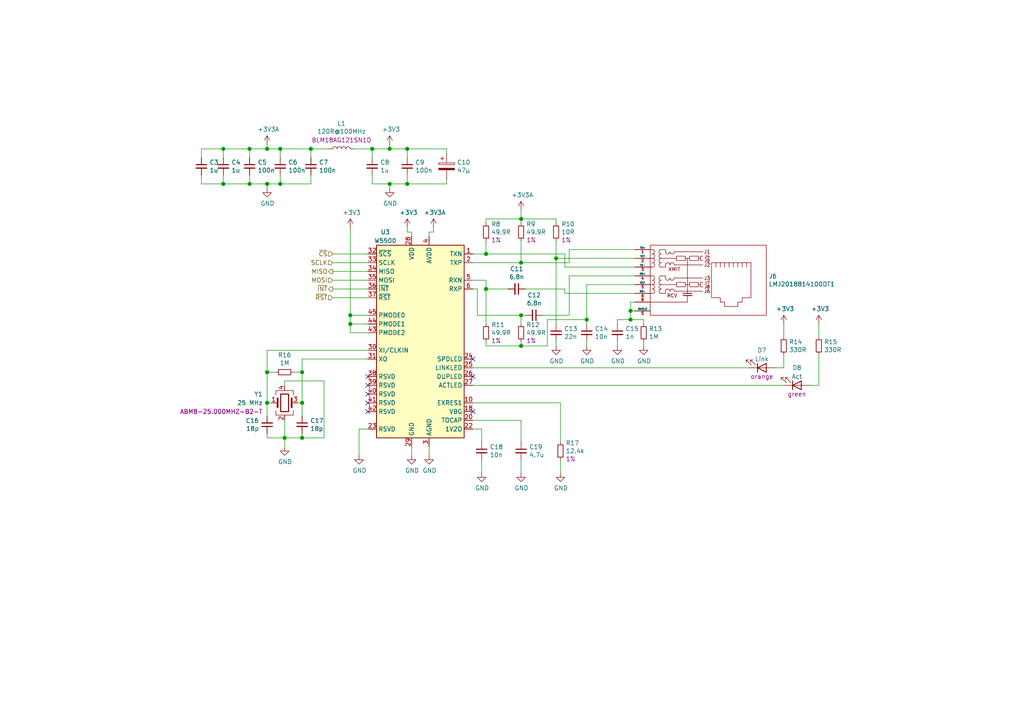
<source format=kicad_sch>
(kicad_sch (version 20210406) (generator eeschema)
  (paper "A4")
  (title_block (title "W5500 Ethernet Interface") (date "2021-11-09") (rev "1.0") (comment 1 "Julian Metzler"))
  (lib_symbols
    (symbol "Interface_Ethernet:W5500"
      (property "Reference" "U" (at -11.43 29.21 0))
      (property "Value" "W5500" (at 8.89 29.21 0))
      (symbol "W5500_0_1"
        (rectangle (start -12.7 27.94) (end 12.7 -27.94) (stroke (width 0.254)) (fill (type background)))
      )
      (symbol "W5500_1_1"
        (pin output line (at 15.24 25.4 180) (length 2.54) (name "TXN") (number "1"))
        (pin passive line (at 15.24 -17.78 180) (length 2.54) (name "EXRES1") (number "10"))
        (pin passive line (at 2.54 30.48 270) (length 2.54) hide (name "AVDD") (number "11"))
        (pin no_connect line (at 12.7 7.62 180) (length 2.54) hide (name "NC") (number "12"))
        (pin no_connect line (at 12.7 5.08 180) (length 2.54) hide (name "NC") (number "13"))
        (pin passive line (at 2.54 -30.48 90) (length 2.54) hide (name "AGND") (number "14"))
        (pin passive line (at 2.54 30.48 270) (length 2.54) hide (name "AVDD") (number "15"))
        (pin passive line (at 2.54 -30.48 90) (length 2.54) hide (name "AGND") (number "16"))
        (pin passive line (at 2.54 30.48 270) (length 2.54) hide (name "AVDD") (number "17"))
        (pin passive line (at 15.24 -20.32 180) (length 2.54) (name "VBG") (number "18"))
        (pin passive line (at 2.54 -30.48 90) (length 2.54) hide (name "AGND") (number "19"))
        (pin output line (at 15.24 22.86 180) (length 2.54) (name "TXP") (number "2"))
        (pin passive line (at 15.24 -22.86 180) (length 2.54) (name "TOCAP") (number "20"))
        (pin passive line (at 2.54 30.48 270) (length 2.54) hide (name "AVDD") (number "21"))
        (pin output line (at 15.24 -25.4 180) (length 2.54) (name "1V2O") (number "22"))
        (pin input line (at -15.24 -25.4 0) (length 2.54) (name "RSVD") (number "23"))
        (pin output line (at 15.24 -5.08 180) (length 2.54) (name "SPDLED") (number "24"))
        (pin output line (at 15.24 -7.62 180) (length 2.54) (name "LINKLED") (number "25"))
        (pin output line (at 15.24 -10.16 180) (length 2.54) (name "DUPLED") (number "26"))
        (pin output line (at 15.24 -12.7 180) (length 2.54) (name "ACTLED") (number "27"))
        (pin power_in line (at -2.54 30.48 270) (length 2.54) (name "VDD") (number "28"))
        (pin power_in line (at -2.54 -30.48 90) (length 2.54) (name "GND") (number "29"))
        (pin power_in line (at 2.54 -30.48 90) (length 2.54) (name "AGND") (number "3"))
        (pin input line (at -15.24 -2.54 0) (length 2.54) (name "XI/CLKIN") (number "30"))
        (pin output line (at -15.24 -5.08 0) (length 2.54) (name "XO") (number "31"))
        (pin input line (at -15.24 25.4 0) (length 2.54) (name "~SCS") (number "32"))
        (pin input line (at -15.24 22.86 0) (length 2.54) (name "SCLK") (number "33"))
        (pin output line (at -15.24 20.32 0) (length 2.54) (name "MISO") (number "34"))
        (pin input line (at -15.24 17.78 0) (length 2.54) (name "MOSI") (number "35"))
        (pin input line (at -15.24 15.24 0) (length 2.54) (name "~INT") (number "36"))
        (pin input line (at -15.24 12.7 0) (length 2.54) (name "~RST") (number "37"))
        (pin input line (at -15.24 -10.16 0) (length 2.54) (name "RSVD") (number "38"))
        (pin input line (at -15.24 -12.7 0) (length 2.54) (name "RSVD") (number "39"))
        (pin power_in line (at 2.54 30.48 270) (length 2.54) (name "AVDD") (number "4"))
        (pin input line (at -15.24 -15.24 0) (length 2.54) (name "RSVD") (number "40"))
        (pin input line (at -15.24 -17.78 0) (length 2.54) (name "RSVD") (number "41"))
        (pin input line (at -15.24 -20.32 0) (length 2.54) (name "RSVD") (number "42"))
        (pin input line (at -15.24 2.54 0) (length 2.54) (name "PMODE2") (number "43"))
        (pin input line (at -15.24 5.08 0) (length 2.54) (name "PMODE1") (number "44"))
        (pin input line (at -15.24 7.62 0) (length 2.54) (name "PMODE0") (number "45"))
        (pin no_connect line (at 12.7 2.54 180) (length 2.54) hide (name "NC") (number "46"))
        (pin no_connect line (at 12.7 0 180) (length 2.54) hide (name "NC") (number "47"))
        (pin passive line (at 2.54 -30.48 90) (length 2.54) hide (name "AGND") (number "48"))
        (pin input line (at 15.24 17.78 180) (length 2.54) (name "RXN") (number "5"))
        (pin input line (at 15.24 15.24 180) (length 2.54) (name "RXP") (number "6"))
        (pin no_connect line (at 12.7 10.16 180) (length 2.54) hide (name "DNC") (number "7"))
        (pin passive line (at 2.54 30.48 270) (length 2.54) hide (name "AVDD") (number "8"))
        (pin passive line (at 2.54 -30.48 90) (length 2.54) hide (name "AGND") (number "9"))
      )
    )
    (symbol "custom:+3V3A" (power) (pin_names (offset 0))
      (property "Value" "+3V3A" (at 0 3.556 0))
      (symbol "+3V3A_0_1"
        (polyline (pts (xy -0.762 1.27) (xy 0 2.54)))
        (polyline (pts (xy 0 0) (xy 0 2.54)))
        (polyline (pts (xy 0 2.54) (xy 0.762 1.27)))
      )
      (symbol "+3V3A_1_1"
        (pin power_in line (at 0 0 90) (length 0) hide (name "+3V3A") (number "1"))
      )
    )
    (symbol "custom:RJ45-TRANSFORMER" (pin_names (offset 0))
      (property "Reference" "J" (at 2.54 15.24 0))
      (property "Value" "RJ45-TRANSFORMER" (at -1.27 15.24 0))
      (symbol "RJ45-TRANSFORMER_0_0"
        (text "J1" (at -6.985 12.065 0) (effects (font (size 1.016 1.016))))
        (text "J2" (at -6.985 8.255 0) (effects (font (size 1.016 1.016))))
        (text "J3" (at -6.985 4.445 0) (effects (font (size 1.016 1.016))))
        (text "J4" (at -6.985 10.16 0) (effects (font (size 0.889 0.889)) (justify bottom)))
        (text "J5" (at -6.985 9.525 0) (effects (font (size 0.889 0.889))))
        (text "J6" (at -6.985 0.635 0) (effects (font (size 1.016 1.016))))
        (text "J7" (at -6.985 2.54 0) (effects (font (size 0.889 0.889)) (justify bottom)))
        (text "J8" (at -6.985 1.905 0) (effects (font (size 0.889 0.889))))
        (text "RCV" (at -17.145 -0.635 0) (effects (font (size 1.016 1.016))))
        (text "XMIT" (at -16.51 6.985 0) (effects (font (size 1.016 1.016))))
        (polyline (pts (xy -12.7 2.54) (xy -12.7 0) (xy -12.7 0)))
        (polyline (pts (xy -12.7 10.16) (xy -12.7 2.54) (xy -12.7 2.54)))
        (polyline (pts (xy -11.43 -0.635) (xy -13.97 -0.635) (xy -13.97 -0.635)) (stroke (width 0.254)))
        (polyline (pts (xy -8.89 2.54) (xy -9.525 2.54) (xy -9.525 2.54)))
        (polyline (pts (xy -8.89 10.16) (xy -9.525 10.16) (xy -9.525 10.16)))
        (polyline (pts (xy -12.7 -0.635) (xy -12.7 -2.54) (xy -23.495 -2.54) (xy -22.225 -2.54)))
        (polyline (pts (xy -11.43 0) (xy -13.335 0) (xy -13.97 0) (xy -13.97 0)) (stroke (width 0.254)))
        (polyline (pts (xy -8.255 3.175) (xy -8.89 3.175) (xy -8.89 1.905) (xy -8.255 1.905) (xy -8.255 1.905)))
        (polyline (pts (xy -8.255 10.795) (xy -8.89 10.795) (xy -8.89 9.525) (xy -8.255 9.525) (xy -8.255 9.525)))
      )
      (symbol "RJ45-TRANSFORMER_0_1"
        (arc (start -22.86 0) (end -22.86 1.27) (radius (at -22.86 0.635) (length 0.635) (angles -89.9 89.9)))
        (arc (start -22.86 1.27) (end -22.86 2.54) (radius (at -22.86 1.905) (length 0.635) (angles -89.9 89.9)))
        (arc (start -22.86 2.54) (end -22.86 3.81) (radius (at -22.86 3.175) (length 0.635) (angles -89.9 89.9)))
        (arc (start -22.86 3.81) (end -22.86 5.08) (radius (at -22.86 4.445) (length 0.635) (angles -89.9 89.9)))
        (arc (start -22.86 7.62) (end -22.86 8.89) (radius (at -22.86 8.255) (length 0.635) (angles -89.9 89.9)))
        (arc (start -22.86 8.89) (end -22.86 10.16) (radius (at -22.86 9.525) (length 0.635) (angles -89.9 89.9)))
        (arc (start -22.86 10.16) (end -22.86 11.43) (radius (at -22.86 10.795) (length 0.635) (angles -89.9 89.9)))
        (arc (start -22.86 11.43) (end -22.86 12.7) (radius (at -22.86 12.065) (length 0.635) (angles -89.9 89.9)))
        (arc (start -20.32 1.27) (end -20.32 0) (radius (at -20.32 0.635) (length 0.635) (angles 90.1 -90.1)))
        (arc (start -20.32 2.54) (end -20.32 1.27) (radius (at -20.32 1.905) (length 0.635) (angles 90.1 -90.1)))
        (arc (start -20.32 3.81) (end -20.32 2.54) (radius (at -20.32 3.175) (length 0.635) (angles 90.1 -90.1)))
        (arc (start -20.32 5.08) (end -20.32 3.81) (radius (at -20.32 4.445) (length 0.635) (angles 90.1 -90.1)))
        (arc (start -20.32 8.89) (end -20.32 7.62) (radius (at -20.32 8.255) (length 0.635) (angles 90.1 -90.1)))
        (arc (start -20.32 10.16) (end -20.32 8.89) (radius (at -20.32 9.525) (length 0.635) (angles 90.1 -90.1)))
        (arc (start -20.32 11.43) (end -20.32 10.16) (radius (at -20.32 10.795) (length 0.635) (angles 90.1 -90.1)))
        (arc (start -20.32 12.7) (end -20.32 11.43) (radius (at -20.32 12.065) (length 0.635) (angles 90.1 -90.1)))
        (arc (start -17.78 0.635) (end -19.05 0.635) (radius (at -18.415 0.635) (length 0.635) (angles 0.1 179.9)))
        (arc (start -19.05 4.445) (end -17.78 4.445) (radius (at -18.415 4.445) (length 0.635) (angles -179.9 -0.1)))
        (arc (start -17.78 8.255) (end -19.05 8.255) (radius (at -18.415 8.255) (length 0.635) (angles 0.1 179.9)))
        (arc (start -19.05 12.065) (end -17.78 12.065) (radius (at -18.415 12.065) (length 0.635) (angles -179.9 -0.1)))
        (arc (start -16.51 0.635) (end -17.78 0.635) (radius (at -17.145 0.635) (length 0.635) (angles 0.1 179.9)))
        (arc (start -17.78 4.445) (end -16.51 4.445) (radius (at -17.145 4.445) (length 0.635) (angles -179.9 -0.1)))
        (arc (start -16.51 8.255) (end -17.78 8.255) (radius (at -17.145 8.255) (length 0.635) (angles 0.1 179.9)))
        (arc (start -17.78 12.065) (end -16.51 12.065) (radius (at -17.145 12.065) (length 0.635) (angles -179.9 -0.1)))
        (rectangle (start -23.495 13.97) (end 10.16 -6.35))
        (rectangle (start -15.875 3.175) (end -13.335 1.905))
        (rectangle (start -15.875 10.795) (end -13.335 9.525))
        (rectangle (start -12.065 3.175) (end -9.525 1.905))
        (rectangle (start -12.065 10.795) (end -9.525 9.525))
        (polyline (pts (xy -22.86 0) (xy -23.495 0) (xy -23.495 0)))
        (polyline (pts (xy -22.86 2.54) (xy -23.495 2.54) (xy -23.495 2.54)))
        (polyline (pts (xy -22.86 5.08) (xy -23.495 5.08) (xy -23.495 5.08)))
        (polyline (pts (xy -22.86 7.62) (xy -23.495 7.62) (xy -23.495 7.62)))
        (polyline (pts (xy -22.86 10.16) (xy -23.495 10.16) (xy -23.495 10.16)))
        (polyline (pts (xy -16.51 0.635) (xy -8.255 0.635) (xy -8.255 0.635)))
        (polyline (pts (xy -16.51 4.445) (xy -8.255 4.445) (xy -8.255 4.445)))
        (polyline (pts (xy -16.51 8.255) (xy -8.255 8.255) (xy -8.255 8.255)))
        (polyline (pts (xy -16.51 12.065) (xy -8.255 12.065) (xy -8.255 12.065)))
        (polyline (pts (xy -13.335 2.54) (xy -12.065 2.54) (xy -12.065 2.54)))
        (polyline (pts (xy -13.335 10.16) (xy -12.065 10.16) (xy -12.065 10.16)))
        (polyline (pts (xy -4.445 7.62) (xy -4.445 8.89) (xy -4.445 8.89)))
        (polyline (pts (xy -3.175 8.89) (xy -3.175 7.62) (xy -3.175 7.62)))
        (polyline (pts (xy -1.905 8.89) (xy -1.905 7.62) (xy -1.905 7.62)))
        (polyline (pts (xy -0.635 8.89) (xy -0.635 7.62) (xy -0.635 7.62)))
        (polyline (pts (xy 0.635 8.89) (xy 0.635 7.62) (xy 0.635 7.62)))
        (polyline (pts (xy 1.905 8.89) (xy 1.905 7.62) (xy 1.905 7.62)))
        (polyline (pts (xy 3.175 7.62) (xy 3.175 8.89) (xy 3.175 8.89)))
        (polyline (pts (xy 4.445 7.62) (xy 4.445 8.89) (xy 4.445 8.89)))
        (polyline (pts (xy -22.86 12.7) (xy -23.495 12.7) (xy -23.495 12.7) (xy -23.495 12.7)))
        (polyline (pts (xy -19.05 0.635) (xy -19.05 0) (xy -20.32 0) (xy -20.32 0)))
        (polyline (pts (xy -19.05 8.255) (xy -19.05 7.62) (xy -20.32 7.62) (xy -20.32 7.62)))
        (polyline (pts (xy -15.875 2.54) (xy -20.32 2.54) (xy -20.32 2.54) (xy -20.32 2.54)))
        (polyline (pts (xy -15.875 10.16) (xy -20.32 10.16) (xy -20.32 10.16) (xy -20.32 10.16)))
        (polyline (pts (xy -20.32 5.08) (xy -19.05 5.08) (xy -19.05 4.445) (xy -19.05 4.445) (xy -19.05 4.445) (xy -19.05 4.445)))
        (polyline (pts (xy -20.32 12.7) (xy -19.05 12.7) (xy -19.05 12.065) (xy -19.05 12.065) (xy -19.05 12.065) (xy -19.05 12.065)))
        (polyline (pts (xy -5.715 8.89) (xy 5.715 8.89) (xy 5.715 -1.27) (xy 3.175 -1.27) (xy 3.175 -2.54) (xy 1.905 -2.54) (xy 1.905 -3.81) (xy -1.905 -3.81) (xy -1.905 -2.54) (xy -3.175 -2.54) (xy -3.175 -1.27) (xy -5.715 -1.27) (xy -5.715 8.89) (xy -5.715 8.89)))
      )
      (symbol "RJ45-TRANSFORMER_1_1"
        (pin passive line (at -27.94 12.7 0) (length 4.445) (name "TD+") (number "1"))
        (pin passive line (at -27.94 10.16 0) (length 4.445) (name "TCT") (number "2"))
        (pin passive line (at -27.94 7.62 0) (length 4.445) (name "TD-") (number "3"))
        (pin passive line (at -27.94 5.08 0) (length 4.445) (name "RD+") (number "4"))
        (pin passive line (at -27.94 2.54 0) (length 4.445) (name "RCT") (number "5"))
        (pin passive line (at -27.94 0 0) (length 4.445) (name "RD-") (number "6"))
        (pin passive line (at -27.94 -2.54 0) (length 4.445) (name "~") (number "8"))
        (pin passive line (at -27.94 -5.08 0) (length 4.445) (name "SHIELD") (number "S"))
      )
    )
    (symbol "device:CP" (pin_numbers hide) (pin_names (offset 0.254))
      (property "Reference" "C" (at 0.635 2.54 0))
      (property "Value" "CP" (at 0.635 -2.54 0))
      (symbol "CP_0_1"
        (rectangle (start -2.286 0.508) (end 2.286 1.016))
        (rectangle (start 2.286 -0.508) (end -2.286 -1.016) (fill (type outline)))
        (polyline (pts (xy -1.778 2.286) (xy -0.762 2.286)))
        (polyline (pts (xy -1.27 2.794) (xy -1.27 1.778)))
      )
      (symbol "CP_1_1"
        (pin passive line (at 0 3.81 270) (length 2.794) (name "~") (number "1"))
        (pin passive line (at 0 -3.81 90) (length 2.794) (name "~") (number "2"))
      )
    )
    (symbol "device:C_Small" (pin_numbers hide) (pin_names (offset 0.254) hide)
      (property "Reference" "C" (at 0.254 1.778 0))
      (property "Value" "C_Small" (at 0.254 -2.032 0))
      (symbol "C_Small_0_1"
        (polyline (pts (xy -1.524 -0.508) (xy 1.524 -0.508)) (stroke (width 0.3302)))
        (polyline (pts (xy -1.524 0.508) (xy 1.524 0.508)) (stroke (width 0.3048)))
      )
      (symbol "C_Small_1_1"
        (pin passive line (at 0 2.54 270) (length 2.032) (name "~") (number "1"))
        (pin passive line (at 0 -2.54 90) (length 2.032) (name "~") (number "2"))
      )
    )
    (symbol "device:Crystal_GND24" (pin_names (offset 1.016) hide)
      (property "Reference" "Y" (at 3.175 5.08 0))
      (property "Value" "Crystal_GND24" (at 3.175 3.175 0))
      (symbol "Crystal_GND24_0_1"
        (rectangle (start -1.143 2.54) (end 1.143 -2.54) (stroke (width 0.3048)))
        (polyline (pts (xy -2.54 0) (xy -2.032 0)))
        (polyline (pts (xy -2.032 -1.27) (xy -2.032 1.27)) (stroke (width 0.508)))
        (polyline (pts (xy 0 -3.81) (xy 0 -3.556)))
        (polyline (pts (xy 0 3.556) (xy 0 3.81)))
        (polyline (pts (xy 2.032 -1.27) (xy 2.032 1.27)) (stroke (width 0.508)))
        (polyline (pts (xy 2.032 0) (xy 2.54 0)))
        (polyline (pts (xy -2.54 -2.286) (xy -2.54 -3.556) (xy 2.54 -3.556) (xy 2.54 -2.286)))
        (polyline (pts (xy -2.54 2.286) (xy -2.54 3.556) (xy 2.54 3.556) (xy 2.54 2.286)))
      )
      (symbol "Crystal_GND24_1_1"
        (pin passive line (at -3.81 0 0) (length 1.27) (name "1") (number "1"))
        (pin passive line (at 0 5.08 270) (length 1.27) (name "2") (number "2"))
        (pin passive line (at 3.81 0 180) (length 1.27) (name "3") (number "3"))
        (pin passive line (at 0 -5.08 90) (length 1.27) (name "4") (number "4"))
      )
    )
    (symbol "device:L" (pin_numbers hide) (pin_names (offset 1.016) hide)
      (property "Reference" "L" (at -1.27 0 90))
      (property "Value" "L" (at 1.905 0 90))
      (symbol "L_0_1"
        (arc (start 0 -2.54) (end 0 -1.27) (radius (at 0 -1.905) (length 0.635) (angles -89.9 89.9)))
        (arc (start 0 -1.27) (end 0 0) (radius (at 0 -0.635) (length 0.635) (angles -89.9 89.9)))
        (arc (start 0 0) (end 0 1.27) (radius (at 0 0.635) (length 0.635) (angles -89.9 89.9)))
        (arc (start 0 1.27) (end 0 2.54) (radius (at 0 1.905) (length 0.635) (angles -89.9 89.9)))
      )
      (symbol "L_1_1"
        (pin passive line (at 0 3.81 270) (length 1.27) (name "1") (number "1"))
        (pin passive line (at 0 -3.81 90) (length 1.27) (name "2") (number "2"))
      )
    )
    (symbol "device:LED" (pin_numbers hide) (pin_names (offset 1.016) hide)
      (property "Reference" "D" (at 0 2.54 0))
      (property "Value" "LED" (at 0 -2.54 0))
      (symbol "LED_0_1"
        (polyline (pts (xy -1.27 -1.27) (xy -1.27 1.27)) (stroke (width 0.254)))
        (polyline (pts (xy -1.27 0) (xy 1.27 0)))
        (polyline (pts (xy 1.27 -1.27) (xy 1.27 1.27) (xy -1.27 0) (xy 1.27 -1.27)) (stroke (width 0.254)))
        (polyline (pts (xy -3.048 -0.762) (xy -4.572 -2.286) (xy -3.81 -2.286) (xy -4.572 -2.286) (xy -4.572 -1.524)))
        (polyline (pts (xy -1.778 -0.762) (xy -3.302 -2.286) (xy -2.54 -2.286) (xy -3.302 -2.286) (xy -3.302 -1.524)))
      )
      (symbol "LED_1_1"
        (pin passive line (at -3.81 0 0) (length 2.54) (name "K") (number "1"))
        (pin passive line (at 3.81 0 180) (length 2.54) (name "A") (number "2"))
      )
    )
    (symbol "device:R_Small" (pin_numbers hide) (pin_names (offset 0.254) hide)
      (property "Reference" "R" (at 0.762 0.508 0))
      (property "Value" "R_Small" (at 0.762 -1.016 0))
      (symbol "R_Small_0_1"
        (rectangle (start -0.762 1.778) (end 0.762 -1.778) (stroke (width 0.2032)))
      )
      (symbol "R_Small_1_1"
        (pin passive line (at 0 2.54 270) (length 0.762) (name "~") (number "1"))
        (pin passive line (at 0 -2.54 90) (length 0.762) (name "~") (number "2"))
      )
    )
    (symbol "power:+3V3" (power) (pin_names (offset 0))
      (property "Value" "+3V3" (at 0 3.556 0))
      (symbol "+3V3_0_1"
        (polyline (pts (xy -0.762 1.27) (xy 0 2.54)))
        (polyline (pts (xy 0 0) (xy 0 2.54)))
        (polyline (pts (xy 0 2.54) (xy 0.762 1.27)))
      )
      (symbol "+3V3_1_1"
        (pin power_in line (at 0 0 90) (length 0) hide (name "+3V3") (number "1"))
      )
    )
    (symbol "power:GND" (power) (pin_names (offset 0))
      (property "Value" "GND" (at 0 -3.81 0))
      (symbol "GND_0_1"
        (polyline (pts (xy 0 0) (xy 0 -1.27) (xy 1.27 -1.27) (xy 0 -2.54) (xy -1.27 -1.27) (xy 0 -1.27)))
      )
      (symbol "GND_1_1"
        (pin power_in line (at 0 0 270) (length 0) hide (name "GND") (number "1"))
      )
    )
  )
  (junction (at 64.77 43.18) (diameter 1.016))
  (junction (at 64.77 53.34) (diameter 1.016))
  (junction (at 72.39 43.18) (diameter 1.016))
  (junction (at 72.39 53.34) (diameter 1.016))
  (junction (at 77.47 43.18) (diameter 1.016))
  (junction (at 77.47 53.34) (diameter 1.016))
  (junction (at 77.47 107.95) (diameter 1.016))
  (junction (at 77.47 116.84) (diameter 1.016))
  (junction (at 81.28 43.18) (diameter 1.016))
  (junction (at 81.28 53.34) (diameter 1.016))
  (junction (at 82.55 127) (diameter 1.016))
  (junction (at 87.63 107.95) (diameter 1.016))
  (junction (at 87.63 116.84) (diameter 1.016))
  (junction (at 87.63 127) (diameter 1.016))
  (junction (at 90.17 43.18) (diameter 1.016))
  (junction (at 101.6 91.44) (diameter 1.016))
  (junction (at 101.6 93.98) (diameter 1.016))
  (junction (at 107.95 43.18) (diameter 1.016))
  (junction (at 113.03 43.18) (diameter 1.016))
  (junction (at 113.03 53.34) (diameter 1.016))
  (junction (at 118.11 43.18) (diameter 1.016))
  (junction (at 118.11 53.34) (diameter 1.016))
  (junction (at 140.97 73.66) (diameter 1.016))
  (junction (at 140.97 83.82) (diameter 1.016))
  (junction (at 151.13 63.5) (diameter 1.016))
  (junction (at 151.13 76.2) (diameter 1.016))
  (junction (at 151.13 91.44) (diameter 1.016))
  (junction (at 151.13 100.33) (diameter 1.016))
  (junction (at 161.29 74.93) (diameter 1.016))
  (junction (at 170.18 92.71) (diameter 1.016))
  (junction (at 182.88 90.17) (diameter 1.016))
  (junction (at 182.88 92.71) (diameter 1.016))
  (no_connect (at 106.68 109.22))
  (no_connect (at 106.68 111.76))
  (no_connect (at 106.68 114.3))
  (no_connect (at 106.68 116.84))
  (no_connect (at 106.68 119.38))
  (no_connect (at 137.16 104.14))
  (no_connect (at 137.16 109.22))
  (no_connect (at 137.16 119.38))
  (wire (pts (xy 58.42 43.18) (xy 64.77 43.18)))
  (wire (pts (xy 58.42 45.72) (xy 58.42 43.18)))
  (wire (pts (xy 58.42 53.34) (xy 58.42 50.8)))
  (wire (pts (xy 58.42 53.34) (xy 64.77 53.34)))
  (wire (pts (xy 64.77 43.18) (xy 72.39 43.18)))
  (wire (pts (xy 64.77 45.72) (xy 64.77 43.18)))
  (wire (pts (xy 64.77 50.8) (xy 64.77 53.34)))
  (wire (pts (xy 64.77 53.34) (xy 72.39 53.34)))
  (wire (pts (xy 72.39 43.18) (xy 77.47 43.18)))
  (wire (pts (xy 72.39 45.72) (xy 72.39 43.18)))
  (wire (pts (xy 72.39 50.8) (xy 72.39 53.34)))
  (wire (pts (xy 72.39 53.34) (xy 77.47 53.34)))
  (wire (pts (xy 77.47 41.91) (xy 77.47 43.18)))
  (wire (pts (xy 77.47 43.18) (xy 81.28 43.18)))
  (wire (pts (xy 77.47 53.34) (xy 81.28 53.34)))
  (wire (pts (xy 77.47 54.61) (xy 77.47 53.34)))
  (wire (pts (xy 77.47 101.6) (xy 77.47 107.95)))
  (wire (pts (xy 77.47 101.6) (xy 106.68 101.6)))
  (wire (pts (xy 77.47 107.95) (xy 77.47 116.84)))
  (wire (pts (xy 77.47 107.95) (xy 80.01 107.95)))
  (wire (pts (xy 77.47 116.84) (xy 78.74 116.84)))
  (wire (pts (xy 77.47 120.65) (xy 77.47 116.84)))
  (wire (pts (xy 77.47 125.73) (xy 77.47 127)))
  (wire (pts (xy 77.47 127) (xy 82.55 127)))
  (wire (pts (xy 81.28 43.18) (xy 90.17 43.18)))
  (wire (pts (xy 81.28 45.72) (xy 81.28 43.18)))
  (wire (pts (xy 81.28 50.8) (xy 81.28 53.34)))
  (wire (pts (xy 81.28 53.34) (xy 90.17 53.34)))
  (wire (pts (xy 82.55 110.49) (xy 93.98 110.49)))
  (wire (pts (xy 82.55 111.76) (xy 82.55 110.49)))
  (wire (pts (xy 82.55 121.92) (xy 82.55 127)))
  (wire (pts (xy 82.55 127) (xy 87.63 127)))
  (wire (pts (xy 82.55 129.54) (xy 82.55 127)))
  (wire (pts (xy 85.09 107.95) (xy 87.63 107.95)))
  (wire (pts (xy 86.36 116.84) (xy 87.63 116.84)))
  (wire (pts (xy 87.63 104.14) (xy 106.68 104.14)))
  (wire (pts (xy 87.63 107.95) (xy 87.63 104.14)))
  (wire (pts (xy 87.63 116.84) (xy 87.63 107.95)))
  (wire (pts (xy 87.63 116.84) (xy 87.63 120.65)))
  (wire (pts (xy 87.63 127) (xy 87.63 125.73)))
  (wire (pts (xy 90.17 43.18) (xy 90.17 45.72)))
  (wire (pts (xy 90.17 43.18) (xy 95.25 43.18)))
  (wire (pts (xy 90.17 53.34) (xy 90.17 50.8)))
  (wire (pts (xy 93.98 110.49) (xy 93.98 127)))
  (wire (pts (xy 93.98 127) (xy 87.63 127)))
  (wire (pts (xy 96.52 73.66) (xy 106.68 73.66)))
  (wire (pts (xy 96.52 78.74) (xy 106.68 78.74)))
  (wire (pts (xy 96.52 83.82) (xy 106.68 83.82)))
  (wire (pts (xy 101.6 66.04) (xy 101.6 91.44)))
  (wire (pts (xy 101.6 91.44) (xy 106.68 91.44)))
  (wire (pts (xy 101.6 93.98) (xy 101.6 91.44)))
  (wire (pts (xy 101.6 93.98) (xy 106.68 93.98)))
  (wire (pts (xy 101.6 96.52) (xy 101.6 93.98)))
  (wire (pts (xy 102.87 43.18) (xy 107.95 43.18)))
  (wire (pts (xy 104.14 124.46) (xy 106.68 124.46)))
  (wire (pts (xy 104.14 132.08) (xy 104.14 124.46)))
  (wire (pts (xy 106.68 76.2) (xy 96.52 76.2)))
  (wire (pts (xy 106.68 81.28) (xy 96.52 81.28)))
  (wire (pts (xy 106.68 86.36) (xy 96.52 86.36)))
  (wire (pts (xy 106.68 96.52) (xy 101.6 96.52)))
  (wire (pts (xy 107.95 43.18) (xy 107.95 45.72)))
  (wire (pts (xy 107.95 43.18) (xy 113.03 43.18)))
  (wire (pts (xy 107.95 50.8) (xy 107.95 53.34)))
  (wire (pts (xy 107.95 53.34) (xy 113.03 53.34)))
  (wire (pts (xy 113.03 41.91) (xy 113.03 43.18)))
  (wire (pts (xy 113.03 43.18) (xy 118.11 43.18)))
  (wire (pts (xy 113.03 53.34) (xy 118.11 53.34)))
  (wire (pts (xy 113.03 54.61) (xy 113.03 53.34)))
  (wire (pts (xy 118.11 43.18) (xy 118.11 45.72)))
  (wire (pts (xy 118.11 43.18) (xy 129.54 43.18)))
  (wire (pts (xy 118.11 50.8) (xy 118.11 53.34)))
  (wire (pts (xy 118.11 53.34) (xy 129.54 53.34)))
  (wire (pts (xy 118.11 66.04) (xy 118.11 67.31)))
  (wire (pts (xy 118.11 67.31) (xy 119.38 67.31)))
  (wire (pts (xy 119.38 67.31) (xy 119.38 68.58)))
  (wire (pts (xy 119.38 129.54) (xy 119.38 132.08)))
  (wire (pts (xy 124.46 67.31) (xy 125.73 67.31)))
  (wire (pts (xy 124.46 68.58) (xy 124.46 67.31)))
  (wire (pts (xy 124.46 132.08) (xy 124.46 129.54)))
  (wire (pts (xy 125.73 67.31) (xy 125.73 66.04)))
  (wire (pts (xy 129.54 43.18) (xy 129.54 44.45)))
  (wire (pts (xy 129.54 53.34) (xy 129.54 52.07)))
  (wire (pts (xy 137.16 73.66) (xy 140.97 73.66)))
  (wire (pts (xy 137.16 76.2) (xy 151.13 76.2)))
  (wire (pts (xy 137.16 81.28) (xy 140.97 81.28)))
  (wire (pts (xy 137.16 83.82) (xy 138.43 83.82)))
  (wire (pts (xy 137.16 106.68) (xy 217.17 106.68)))
  (wire (pts (xy 137.16 111.76) (xy 227.33 111.76)))
  (wire (pts (xy 137.16 116.84) (xy 162.56 116.84)))
  (wire (pts (xy 137.16 121.92) (xy 151.13 121.92)))
  (wire (pts (xy 137.16 124.46) (xy 139.7 124.46)))
  (wire (pts (xy 138.43 83.82) (xy 138.43 91.44)))
  (wire (pts (xy 138.43 91.44) (xy 151.13 91.44)))
  (wire (pts (xy 139.7 124.46) (xy 139.7 128.27)))
  (wire (pts (xy 139.7 133.35) (xy 139.7 137.16)))
  (wire (pts (xy 140.97 63.5) (xy 151.13 63.5)))
  (wire (pts (xy 140.97 64.77) (xy 140.97 63.5)))
  (wire (pts (xy 140.97 69.85) (xy 140.97 73.66)))
  (wire (pts (xy 140.97 73.66) (xy 163.83 73.66)))
  (wire (pts (xy 140.97 81.28) (xy 140.97 83.82)))
  (wire (pts (xy 140.97 83.82) (xy 147.32 83.82)))
  (wire (pts (xy 140.97 93.98) (xy 140.97 83.82)))
  (wire (pts (xy 140.97 99.06) (xy 140.97 100.33)))
  (wire (pts (xy 140.97 100.33) (xy 151.13 100.33)))
  (wire (pts (xy 151.13 60.96) (xy 151.13 63.5)))
  (wire (pts (xy 151.13 63.5) (xy 161.29 63.5)))
  (wire (pts (xy 151.13 64.77) (xy 151.13 63.5)))
  (wire (pts (xy 151.13 69.85) (xy 151.13 76.2)))
  (wire (pts (xy 151.13 76.2) (xy 165.1 76.2)))
  (wire (pts (xy 151.13 91.44) (xy 152.4 91.44)))
  (wire (pts (xy 151.13 93.98) (xy 151.13 91.44)))
  (wire (pts (xy 151.13 100.33) (xy 151.13 99.06)))
  (wire (pts (xy 151.13 100.33) (xy 158.75 100.33)))
  (wire (pts (xy 151.13 121.92) (xy 151.13 128.27)))
  (wire (pts (xy 151.13 133.35) (xy 151.13 137.16)))
  (wire (pts (xy 152.4 83.82) (xy 163.83 83.82)))
  (wire (pts (xy 157.48 91.44) (xy 165.1 91.44)))
  (wire (pts (xy 158.75 92.71) (xy 170.18 92.71)))
  (wire (pts (xy 158.75 100.33) (xy 158.75 92.71)))
  (wire (pts (xy 161.29 63.5) (xy 161.29 64.77)))
  (wire (pts (xy 161.29 69.85) (xy 161.29 74.93)))
  (wire (pts (xy 161.29 74.93) (xy 184.15 74.93)))
  (wire (pts (xy 161.29 93.98) (xy 161.29 74.93)))
  (wire (pts (xy 161.29 100.33) (xy 161.29 99.06)))
  (wire (pts (xy 162.56 116.84) (xy 162.56 128.27)))
  (wire (pts (xy 162.56 133.35) (xy 162.56 137.16)))
  (wire (pts (xy 163.83 73.66) (xy 163.83 77.47)))
  (wire (pts (xy 163.83 77.47) (xy 184.15 77.47)))
  (wire (pts (xy 163.83 83.82) (xy 163.83 85.09)))
  (wire (pts (xy 163.83 85.09) (xy 184.15 85.09)))
  (wire (pts (xy 165.1 72.39) (xy 184.15 72.39)))
  (wire (pts (xy 165.1 76.2) (xy 165.1 72.39)))
  (wire (pts (xy 165.1 80.01) (xy 184.15 80.01)))
  (wire (pts (xy 165.1 91.44) (xy 165.1 80.01)))
  (wire (pts (xy 170.18 82.55) (xy 184.15 82.55)))
  (wire (pts (xy 170.18 92.71) (xy 170.18 82.55)))
  (wire (pts (xy 170.18 93.98) (xy 170.18 92.71)))
  (wire (pts (xy 170.18 100.33) (xy 170.18 99.06)))
  (wire (pts (xy 179.07 92.71) (xy 182.88 92.71)))
  (wire (pts (xy 179.07 93.98) (xy 179.07 92.71)))
  (wire (pts (xy 179.07 99.06) (xy 179.07 100.33)))
  (wire (pts (xy 182.88 87.63) (xy 182.88 90.17)))
  (wire (pts (xy 182.88 87.63) (xy 184.15 87.63)))
  (wire (pts (xy 182.88 90.17) (xy 182.88 92.71)))
  (wire (pts (xy 184.15 90.17) (xy 182.88 90.17)))
  (wire (pts (xy 186.69 92.71) (xy 182.88 92.71)))
  (wire (pts (xy 186.69 93.98) (xy 186.69 92.71)))
  (wire (pts (xy 186.69 100.33) (xy 186.69 99.06)))
  (wire (pts (xy 224.79 106.68) (xy 227.33 106.68)))
  (wire (pts (xy 227.33 93.98) (xy 227.33 97.79)))
  (wire (pts (xy 227.33 102.87) (xy 227.33 106.68)))
  (wire (pts (xy 234.95 111.76) (xy 237.49 111.76)))
  (wire (pts (xy 237.49 93.98) (xy 237.49 97.79)))
  (wire (pts (xy 237.49 102.87) (xy 237.49 111.76)))
  (hierarchical_label "~CS" (shape input) (at 96.52 73.66 180))
  (hierarchical_label "SCLK" (shape input) (at 96.52 76.2 180))
  (hierarchical_label "MISO" (shape output) (at 96.52 78.74 180))
  (hierarchical_label "MOSI" (shape input) (at 96.52 81.28 180))
  (hierarchical_label "~INT" (shape output) (at 96.52 83.82 180))
  (hierarchical_label "~RST" (shape input) (at 96.52 86.36 180))
  (symbol (lib_id "custom:+3V3A") (at 77.47 41.91 0) (unit 1)
    (property "Reference" "#PWR028" (effects hide))
    (property "Value" "+3V3A" (at 77.851 37.5158 0))
  )
  (symbol (lib_id "power:+3V3") (at 101.6 66.04 0) (unit 1)
    (property "Reference" "#PWR033" (effects hide))
    (property "Value" "+3V3" (at 101.981 61.6458 0))
  )
  (symbol (lib_id "power:+3V3") (at 113.03 41.91 0) (unit 1)
    (property "Reference" "#PWR029" (effects hide))
    (property "Value" "+3V3" (at 113.411 37.5158 0))
  )
  (symbol (lib_id "power:+3V3") (at 118.11 66.04 0) (unit 1)
    (property "Reference" "#PWR034" (effects hide))
    (property "Value" "+3V3" (at 118.491 61.6458 0))
  )
  (symbol (lib_id "custom:+3V3A") (at 125.73 66.04 0) (unit 1)
    (property "Reference" "#PWR035" (effects hide))
    (property "Value" "+3V3A" (at 126.111 61.6458 0))
  )
  (symbol (lib_id "custom:+3V3A") (at 151.13 60.96 0) (unit 1)
    (property "Reference" "#PWR032" (effects hide))
    (property "Value" "+3V3A" (at 151.511 56.5658 0))
  )
  (symbol (lib_id "power:+3V3") (at 227.33 93.98 0) (unit 1)
    (property "Reference" "#PWR036" (effects hide))
    (property "Value" "+3V3" (at 227.711 89.5858 0))
  )
  (symbol (lib_id "power:+3V3") (at 237.49 93.98 0) (unit 1)
    (property "Reference" "#PWR037" (effects hide))
    (property "Value" "+3V3" (at 237.871 89.5858 0))
  )
  (symbol (lib_id "power:GND") (at 77.47 54.61 0) (unit 1)
    (property "Reference" "#PWR030" (effects hide))
    (property "Value" "GND" (at 77.597 59.0042 0))
  )
  (symbol (lib_id "power:GND") (at 82.55 129.54 0) (unit 1)
    (property "Reference" "#PWR042" (effects hide))
    (property "Value" "GND" (at 82.677 133.9342 0))
  )
  (symbol (lib_id "power:GND") (at 104.14 132.08 0) (unit 1)
    (property "Reference" "#PWR043" (effects hide))
    (property "Value" "GND" (at 104.267 136.4742 0))
  )
  (symbol (lib_id "power:GND") (at 113.03 54.61 0) (unit 1)
    (property "Reference" "#PWR031" (effects hide))
    (property "Value" "GND" (at 113.157 59.0042 0))
  )
  (symbol (lib_id "power:GND") (at 119.38 132.08 0) (unit 1)
    (property "Reference" "#PWR044" (effects hide))
    (property "Value" "GND" (at 119.507 136.4742 0))
  )
  (symbol (lib_id "power:GND") (at 124.46 132.08 0) (unit 1)
    (property "Reference" "#PWR045" (effects hide))
    (property "Value" "GND" (at 124.587 136.4742 0))
  )
  (symbol (lib_id "power:GND") (at 139.7 137.16 0) (unit 1)
    (property "Reference" "#PWR046" (effects hide))
    (property "Value" "GND" (at 139.827 141.5542 0))
  )
  (symbol (lib_id "power:GND") (at 151.13 137.16 0) (unit 1)
    (property "Reference" "#PWR047" (effects hide))
    (property "Value" "GND" (at 151.257 141.5542 0))
  )
  (symbol (lib_id "power:GND") (at 161.29 100.33 0) (unit 1)
    (property "Reference" "#PWR038" (effects hide))
    (property "Value" "GND" (at 161.417 104.7242 0))
  )
  (symbol (lib_id "power:GND") (at 162.56 137.16 0) (unit 1)
    (property "Reference" "#PWR048" (effects hide))
    (property "Value" "GND" (at 162.687 141.5542 0))
  )
  (symbol (lib_id "power:GND") (at 170.18 100.33 0) (unit 1)
    (property "Reference" "#PWR039" (effects hide))
    (property "Value" "GND" (at 170.307 104.7242 0))
  )
  (symbol (lib_id "power:GND") (at 179.07 100.33 0) (unit 1)
    (property "Reference" "#PWR040" (effects hide))
    (property "Value" "GND" (at 179.197 104.7242 0))
  )
  (symbol (lib_id "power:GND") (at 186.69 100.33 0) (unit 1)
    (property "Reference" "#PWR041" (effects hide))
    (property "Value" "GND" (at 186.817 104.7242 0))
  )
  (symbol (lib_id "device:L") (at 99.06 43.18 90) (unit 1)
    (property "Reference" "L1" (at 99.06 35.814 90))
    (property "Value" "120R@100MHz" (at 99.06 38.1254 90))
    (property "Footprint" "Capacitors_SMD:C_0603" (effects hide))
    (property "Order No." "BLM18AG121SN1D" (at 99.06 40.64 90))
  )
  (symbol (lib_id "device:R_Small") (at 82.55 107.95 270) (unit 1)
    (property "Reference" "R16" (at 82.55 102.9716 90))
    (property "Value" "1M" (at 82.55 105.283 90))
    (property "Footprint" "Resistors_SMD:R_0603" (effects hide))
  )
  (symbol (lib_id "device:R_Small") (at 140.97 67.31 0) (unit 1)
    (property "Reference" "R8" (at 142.4686 64.9986 0) (effects (justify left)))
    (property "Value" "49.9R" (at 142.4686 67.31 0) (effects (justify left)))
    (property "Footprint" "Resistors_SMD:R_0603" (effects hide))
    (property "Comment" "1%" (at 142.4686 69.6214 0) (effects (justify left)))
  )
  (symbol (lib_id "device:R_Small") (at 140.97 96.52 0) (unit 1)
    (property "Reference" "R11" (at 142.4686 94.2086 0) (effects (justify left)))
    (property "Value" "49.9R" (at 142.4686 96.52 0) (effects (justify left)))
    (property "Footprint" "Resistors_SMD:R_0603" (effects hide))
    (property "Comment" "1%" (at 142.4686 98.8314 0) (effects (justify left)))
  )
  (symbol (lib_id "device:R_Small") (at 151.13 67.31 0) (unit 1)
    (property "Reference" "R9" (at 152.6286 64.9986 0) (effects (justify left)))
    (property "Value" "49.9R" (at 152.6286 67.31 0) (effects (justify left)))
    (property "Footprint" "Resistors_SMD:R_0603" (effects hide))
    (property "Comment" "1%" (at 152.6286 69.6214 0) (effects (justify left)))
  )
  (symbol (lib_id "device:R_Small") (at 151.13 96.52 0) (unit 1)
    (property "Reference" "R12" (at 152.6286 94.2086 0) (effects (justify left)))
    (property "Value" "49.9R" (at 152.6286 96.52 0) (effects (justify left)))
    (property "Footprint" "Resistors_SMD:R_0603" (effects hide))
    (property "Comment" "1%" (at 152.6286 98.8314 0) (effects (justify left)))
  )
  (symbol (lib_id "device:R_Small") (at 161.29 67.31 0) (unit 1)
    (property "Reference" "R10" (at 162.7886 64.9986 0) (effects (justify left)))
    (property "Value" "10R" (at 162.7886 67.31 0) (effects (justify left)))
    (property "Footprint" "Resistors_SMD:R_0603" (effects hide))
    (property "Comment" "1%" (at 162.7886 69.6214 0) (effects (justify left)))
  )
  (symbol (lib_id "device:R_Small") (at 162.56 130.81 0) (unit 1)
    (property "Reference" "R17" (at 164.0586 128.4986 0) (effects (justify left)))
    (property "Value" "12.4k" (at 164.0586 130.81 0) (effects (justify left)))
    (property "Footprint" "Resistors_SMD:R_0603" (effects hide))
    (property "Comment" "1%" (at 164.0586 133.1214 0) (effects (justify left)))
  )
  (symbol (lib_id "device:R_Small") (at 186.69 96.52 0) (unit 1)
    (property "Reference" "R13" (at 188.1886 95.3516 0) (effects (justify left)))
    (property "Value" "1M" (at 188.1886 97.663 0) (effects (justify left)))
    (property "Footprint" "Resistors_SMD:R_0603" (effects hide))
  )
  (symbol (lib_id "device:R_Small") (at 227.33 100.33 0) (unit 1)
    (property "Reference" "R14" (at 228.8286 99.1616 0) (effects (justify left)))
    (property "Value" "330R" (at 228.8286 101.473 0) (effects (justify left)))
    (property "Footprint" "Resistors_SMD:R_0603" (effects hide))
  )
  (symbol (lib_id "device:R_Small") (at 237.49 100.33 0) (unit 1)
    (property "Reference" "R15" (at 238.9886 99.1616 0) (effects (justify left)))
    (property "Value" "330R" (at 238.9886 101.473 0) (effects (justify left)))
    (property "Footprint" "Resistors_SMD:R_0603" (effects hide))
  )
  (symbol (lib_id "device:C_Small") (at 58.42 48.26 0) (unit 1)
    (property "Reference" "C3" (at 60.7568 47.0916 0) (effects (justify left)))
    (property "Value" "1u" (at 60.7568 49.403 0) (effects (justify left)))
    (property "Footprint" "Capacitors_SMD:C_0805" (effects hide))
  )
  (symbol (lib_id "device:C_Small") (at 64.77 48.26 0) (unit 1)
    (property "Reference" "C4" (at 67.1068 47.0916 0) (effects (justify left)))
    (property "Value" "1u" (at 67.1068 49.403 0) (effects (justify left)))
    (property "Footprint" "Capacitors_SMD:C_0805" (effects hide))
  )
  (symbol (lib_id "device:C_Small") (at 72.39 48.26 0) (unit 1)
    (property "Reference" "C5" (at 74.7268 47.0916 0) (effects (justify left)))
    (property "Value" "100n" (at 74.7268 49.403 0) (effects (justify left)))
    (property "Footprint" "Capacitors_SMD:C_0603" (effects hide))
  )
  (symbol (lib_id "device:C_Small") (at 77.47 123.19 0) (mirror x) (unit 1)
    (property "Reference" "C16" (at 75.1332 122.0216 0) (effects (justify right)))
    (property "Value" "18p" (at 75.1332 124.333 0) (effects (justify right)))
    (property "Footprint" "Capacitors_SMD:C_0603" (effects hide))
  )
  (symbol (lib_id "device:C_Small") (at 81.28 48.26 0) (unit 1)
    (property "Reference" "C6" (at 83.6168 47.0916 0) (effects (justify left)))
    (property "Value" "100n" (at 83.6168 49.403 0) (effects (justify left)))
    (property "Footprint" "Capacitors_SMD:C_0603" (effects hide))
  )
  (symbol (lib_id "device:C_Small") (at 87.63 123.19 0) (unit 1)
    (property "Reference" "C17" (at 89.9668 122.0216 0) (effects (justify left)))
    (property "Value" "18p" (at 89.9668 124.333 0) (effects (justify left)))
    (property "Footprint" "Capacitors_SMD:C_0603" (effects hide))
  )
  (symbol (lib_id "device:C_Small") (at 90.17 48.26 0) (unit 1)
    (property "Reference" "C7" (at 92.5068 47.0916 0) (effects (justify left)))
    (property "Value" "100n" (at 92.5068 49.403 0) (effects (justify left)))
    (property "Footprint" "Capacitors_SMD:C_0603" (effects hide))
  )
  (symbol (lib_id "device:C_Small") (at 107.95 48.26 0) (unit 1)
    (property "Reference" "C8" (at 110.2868 47.0916 0) (effects (justify left)))
    (property "Value" "1u" (at 110.2868 49.403 0) (effects (justify left)))
    (property "Footprint" "Capacitors_SMD:C_0805" (effects hide))
  )
  (symbol (lib_id "device:C_Small") (at 118.11 48.26 0) (unit 1)
    (property "Reference" "C9" (at 120.4468 47.0916 0) (effects (justify left)))
    (property "Value" "100n" (at 120.4468 49.403 0) (effects (justify left)))
    (property "Footprint" "Capacitors_SMD:C_0603" (effects hide))
  )
  (symbol (lib_id "device:C_Small") (at 139.7 130.81 0) (unit 1)
    (property "Reference" "C18" (at 142.0368 129.6416 0) (effects (justify left)))
    (property "Value" "10n" (at 142.0368 131.953 0) (effects (justify left)))
    (property "Footprint" "Capacitors_SMD:C_0603" (effects hide))
  )
  (symbol (lib_id "device:C_Small") (at 149.86 83.82 270) (unit 1)
    (property "Reference" "C11" (at 149.86 78.0034 90))
    (property "Value" "6.8n" (at 149.86 80.3148 90))
    (property "Footprint" "Capacitors_SMD:C_0603" (effects hide))
  )
  (symbol (lib_id "device:C_Small") (at 151.13 130.81 0) (unit 1)
    (property "Reference" "C19" (at 153.4668 129.6416 0) (effects (justify left)))
    (property "Value" "4.7u" (at 153.4668 131.953 0) (effects (justify left)))
    (property "Footprint" "Capacitors_SMD:C_0805" (effects hide))
  )
  (symbol (lib_id "device:C_Small") (at 154.94 91.44 270) (unit 1)
    (property "Reference" "C12" (at 154.94 85.6234 90))
    (property "Value" "6.8n" (at 154.94 87.9348 90))
    (property "Footprint" "Capacitors_SMD:C_0603" (effects hide))
  )
  (symbol (lib_id "device:C_Small") (at 161.29 96.52 0) (unit 1)
    (property "Reference" "C13" (at 163.6268 95.3516 0) (effects (justify left)))
    (property "Value" "22n" (at 163.6268 97.663 0) (effects (justify left)))
    (property "Footprint" "Capacitors_SMD:C_0603" (effects hide))
  )
  (symbol (lib_id "device:C_Small") (at 170.18 96.52 0) (unit 1)
    (property "Reference" "C14" (at 172.5168 95.3516 0) (effects (justify left)))
    (property "Value" "10n" (at 172.5168 97.663 0) (effects (justify left)))
    (property "Footprint" "Capacitors_SMD:C_0603" (effects hide))
  )
  (symbol (lib_id "device:C_Small") (at 179.07 96.52 0) (unit 1)
    (property "Reference" "C15" (at 181.4068 95.3516 0) (effects (justify left)))
    (property "Value" "1n" (at 181.4068 97.663 0) (effects (justify left)))
    (property "Footprint" "Capacitors_SMD:C_0603" (effects hide))
  )
  (symbol (lib_id "device:LED") (at 220.98 106.68 0) (mirror x) (unit 1)
    (property "Reference" "D7" (at 220.98 101.6 0))
    (property "Value" "Link" (at 220.98 104.14 0))
    (property "Footprint" "LEDs:LED_0603" (effects hide))
    (property "Comment" "orange" (at 220.98 109.22 0))
  )
  (symbol (lib_id "device:LED") (at 231.14 111.76 0) (mirror x) (unit 1)
    (property "Reference" "D8" (at 231.14 106.68 0))
    (property "Value" "Act" (at 231.14 109.22 0))
    (property "Footprint" "LEDs:LED_0603" (effects hide))
    (property "Comment" "green" (at 231.14 114.3 0))
  )
  (symbol (lib_id "device:CP") (at 129.54 48.26 0) (unit 1)
    (property "Reference" "C10" (at 132.5372 47.0916 0) (effects (justify left)))
    (property "Value" "47µ" (at 132.5372 49.403 0) (effects (justify left)))
    (property "Footprint" "Capacitors_SMD:CP_Elec_5x5.8" (effects hide))
  )
  (symbol (lib_id "device:Crystal_GND24") (at 82.55 116.84 0) (mirror x) (unit 1)
    (property "Reference" "Y1" (at 76.2 114.3 0) (effects (justify right)))
    (property "Value" "25 MHz" (at 76.2 116.84 0) (effects (justify right)))
    (property "Footprint" "Crystals:Crystal_SMD_TXC_7M-4pin_3.2x2.5mm" (effects hide))
    (property "Order No." "ABM8-25.000MHZ-B2-T" (at 76.2 119.38 0) (effects (justify right)))
  )
  (symbol (lib_id "custom:RJ45-TRANSFORMER") (at 212.09 85.09 0) (unit 1)
    (property "Reference" "J6" (at 222.9612 80.1116 0) (effects (justify left)))
    (property "Value" "LMJ2018814100DT1" (at 222.9612 82.423 0) (effects (justify left)))
    (property "Footprint" "custom:Socket_RJ45_LMJ2018814100DT1" (effects hide))
  )
  (symbol (lib_id "Interface_Ethernet:W5500") (at 121.92 99.06 0) (unit 1)
    (property "Reference" "U3" (at 111.76 67.31 0))
    (property "Value" "W5500" (at 111.76 69.85 0))
    (property "Footprint" "Housings_QFP:LQFP-48_7x7mm_Pitch0.5mm" (effects hide))
    (property "Datasheet" "http://wizwiki.net/wiki/lib/exe/fetch.php/products:w5500:w5500_ds_v109e.pdf" (effects hide))
  )
)
</source>
